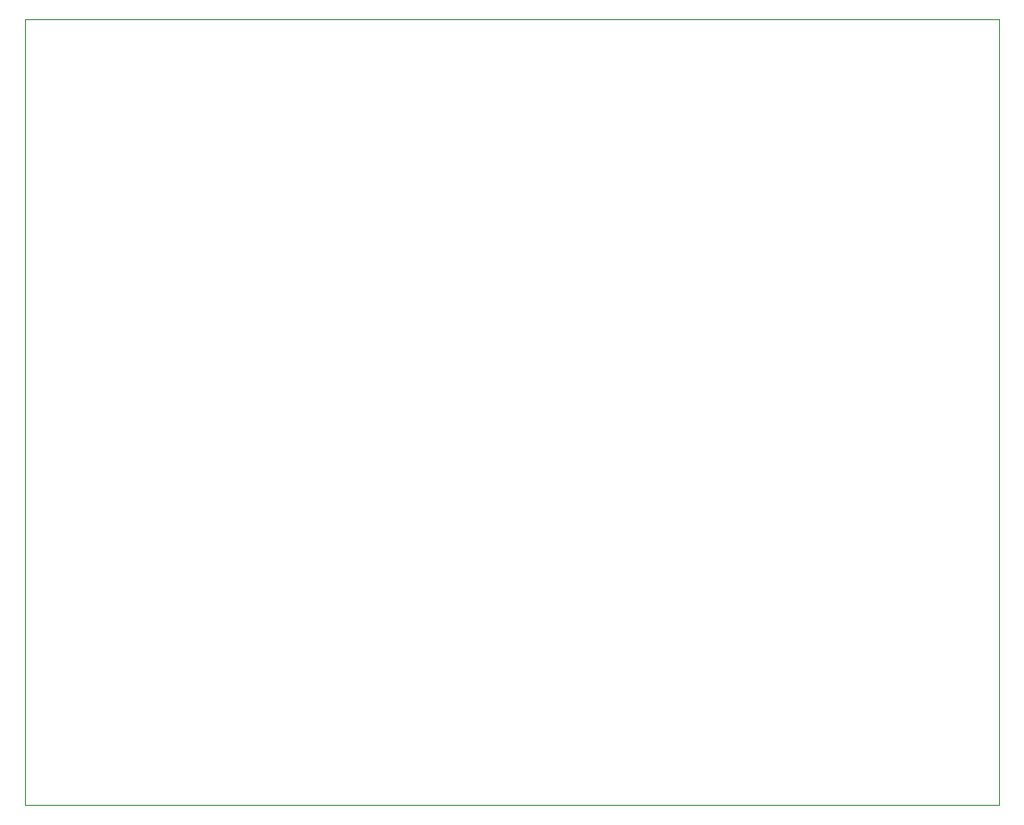
<source format=gm1>
G04 #@! TF.GenerationSoftware,KiCad,Pcbnew,8.0.0*
G04 #@! TF.CreationDate,2024-12-24T11:36:35-06:00*
G04 #@! TF.ProjectId,Rain and Switches Control Board,5261696e-2061-46e6-9420-537769746368,rev?*
G04 #@! TF.SameCoordinates,Original*
G04 #@! TF.FileFunction,Profile,NP*
%FSLAX46Y46*%
G04 Gerber Fmt 4.6, Leading zero omitted, Abs format (unit mm)*
G04 Created by KiCad (PCBNEW 8.0.0) date 2024-12-24 11:36:35*
%MOMM*%
%LPD*%
G01*
G04 APERTURE LIST*
G04 #@! TA.AperFunction,Profile*
%ADD10C,0.050000*%
G04 #@! TD*
G04 APERTURE END LIST*
D10*
X129400000Y-39140000D02*
X215377600Y-39140000D01*
X215377600Y-108480000D01*
X129400000Y-108480000D01*
X129400000Y-39140000D01*
M02*

</source>
